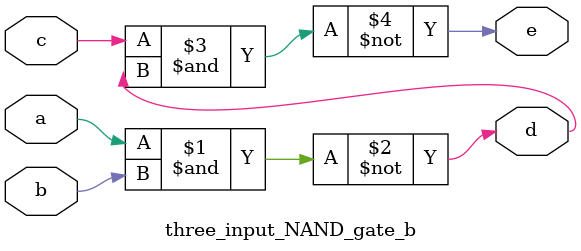
<source format=v>
`timescale 1ns / 1ps


module three_input_NAND_gate_b(
    input a, b, c,
    output d, e
    );
    assign d = ~(a&b);
    assign e = ~(c&d);
endmodule

</source>
